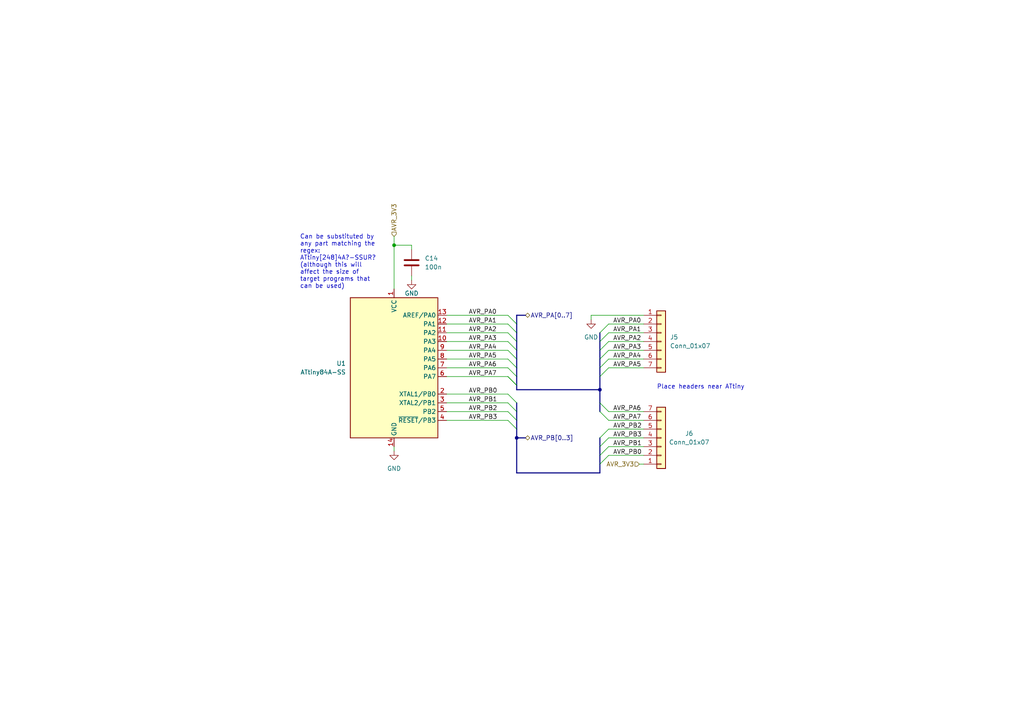
<source format=kicad_sch>
(kicad_sch (version 20220103) (generator eeschema)
  (paper "A4")
  (title_block (title "SUCSS Hardware Hacker"))
  (lib_symbols
    (symbol "Connector_Generic:Conn_01x07" (pin_names (offset 1.016) hide)
      (property "Reference" "J" (at 0 10.16 0))
      (property "Value" "Conn_01x07" (at 0 -10.16 0))
      (symbol "Conn_01x07_1_1"
        (rectangle (start -1.27 -7.493) (end 0 -7.747) (stroke (width 0.1524)))
        (rectangle (start -1.27 -4.953) (end 0 -5.207) (stroke (width 0.1524)))
        (rectangle (start -1.27 -2.413) (end 0 -2.667) (stroke (width 0.1524)))
        (rectangle (start -1.27 0.127) (end 0 -0.127) (stroke (width 0.1524)))
        (rectangle (start -1.27 2.667) (end 0 2.413) (stroke (width 0.1524)))
        (rectangle (start -1.27 5.207) (end 0 4.953) (stroke (width 0.1524)))
        (rectangle (start -1.27 7.747) (end 0 7.493) (stroke (width 0.1524)))
        (rectangle (start -1.27 8.89) (end 1.27 -8.89) (stroke (width 0.254)) (fill (type background)))
        (pin passive line (at -5.08 7.62 0) (length 3.81) (name "Pin_1") (number "1"))
        (pin passive line (at -5.08 5.08 0) (length 3.81) (name "Pin_2") (number "2"))
        (pin passive line (at -5.08 2.54 0) (length 3.81) (name "Pin_3") (number "3"))
        (pin passive line (at -5.08 0 0) (length 3.81) (name "Pin_4") (number "4"))
        (pin passive line (at -5.08 -2.54 0) (length 3.81) (name "Pin_5") (number "5"))
        (pin passive line (at -5.08 -5.08 0) (length 3.81) (name "Pin_6") (number "6"))
        (pin passive line (at -5.08 -7.62 0) (length 3.81) (name "Pin_7") (number "7"))
      )
    )
    (symbol "Device:C" (pin_numbers hide) (pin_names (offset 0.254))
      (property "Reference" "C" (at 0.635 2.54 0))
      (property "Value" "C" (at 0.635 -2.54 0))
      (symbol "C_0_1"
        (polyline (pts (xy -2.032 -0.762) (xy 2.032 -0.762)) (stroke (width 0.508)))
        (polyline (pts (xy -2.032 0.762) (xy 2.032 0.762)) (stroke (width 0.508)))
      )
      (symbol "C_1_1"
        (pin passive line (at 0 3.81 270) (length 2.794) (name "~") (number "1"))
        (pin passive line (at 0 -3.81 90) (length 2.794) (name "~") (number "2"))
      )
    )
    (symbol "MCU_Microchip_ATtiny:ATtiny84A-SS"
      (property "Reference" "U" (at -12.7 21.59 0))
      (property "Value" "ATtiny84A-SS" (at 2.54 -21.59 0))
      (symbol "ATtiny84A-SS_0_1"
        (rectangle (start -12.7 -20.32) (end 12.7 20.32) (stroke (width 0.254)) (fill (type background)))
      )
      (symbol "ATtiny84A-SS_1_1"
        (pin power_in line (at 0 22.86 270) (length 2.54) (name "VCC") (number "1"))
        (pin bidirectional line (at 15.24 7.62 180) (length 2.54) (name "PA3") (number "10"))
        (pin bidirectional line (at 15.24 10.16 180) (length 2.54) (name "PA2") (number "11"))
        (pin bidirectional line (at 15.24 12.7 180) (length 2.54) (name "PA1") (number "12"))
        (pin bidirectional line (at 15.24 15.24 180) (length 2.54) (name "AREF/PA0") (number "13"))
        (pin power_in line (at 0 -22.86 90) (length 2.54) (name "GND") (number "14"))
        (pin bidirectional line (at 15.24 -7.62 180) (length 2.54) (name "XTAL1/PB0") (number "2"))
        (pin bidirectional line (at 15.24 -10.16 180) (length 2.54) (name "XTAL2/PB1") (number "3"))
        (pin bidirectional line (at 15.24 -15.24 180) (length 2.54) (name "~{RESET}/PB3") (number "4"))
        (pin bidirectional line (at 15.24 -12.7 180) (length 2.54) (name "PB2") (number "5"))
        (pin bidirectional line (at 15.24 -2.54 180) (length 2.54) (name "PA7") (number "6"))
        (pin bidirectional line (at 15.24 0 180) (length 2.54) (name "PA6") (number "7"))
        (pin bidirectional line (at 15.24 2.54 180) (length 2.54) (name "PA5") (number "8"))
        (pin bidirectional line (at 15.24 5.08 180) (length 2.54) (name "PA4") (number "9"))
      )
    )
    (symbol "power:GND" (power) (pin_names (offset 0))
      (property "Value" "GND" (at 0 -3.81 0))
      (symbol "GND_0_1"
        (polyline (pts (xy 0 0) (xy 0 -1.27) (xy 1.27 -1.27) (xy 0 -2.54) (xy -1.27 -1.27) (xy 0 -1.27)))
      )
      (symbol "GND_1_1"
        (pin power_in line (at 0 0 270) (length 0) hide (name "GND") (number "1"))
      )
    )
  )
  (junction (at 173.99 113.03) (diameter 0.9144))
  (junction (at 149.86 127) (diameter 0.9144))
  (junction (at 114.3 71.12) (diameter 0.9144))
  (bus_entry (at 147.32 116.84) (size 2.54 2.54) (stroke (width 0.1524)))
  (bus_entry (at 147.32 93.98) (size 2.54 2.54) (stroke (width 0.1524)))
  (bus_entry (at 147.32 114.3) (size 2.54 2.54) (stroke (width 0.1524)))
  (bus_entry (at 147.32 104.14) (size 2.54 2.54) (stroke (width 0.1524)))
  (bus_entry (at 173.99 119.38) (size 2.54 2.54) (stroke (width 0.1524)))
  (bus_entry (at 173.99 127) (size 2.54 -2.54) (stroke (width 0.1524)))
  (bus_entry (at 173.99 129.54) (size 2.54 -2.54) (stroke (width 0.1524)))
  (bus_entry (at 173.99 132.08) (size 2.54 -2.54) (stroke (width 0.1524)))
  (bus_entry (at 173.99 134.62) (size 2.54 -2.54) (stroke (width 0.1524)))
  (bus_entry (at 147.32 101.6) (size 2.54 2.54) (stroke (width 0.1524)))
  (bus_entry (at 147.32 109.22) (size 2.54 2.54) (stroke (width 0.1524)))
  (bus_entry (at 173.99 116.84) (size 2.54 2.54) (stroke (width 0.1524)))
  (bus_entry (at 147.32 121.92) (size 2.54 2.54) (stroke (width 0.1524)))
  (bus_entry (at 147.32 106.68) (size 2.54 2.54) (stroke (width 0.1524)))
  (bus_entry (at 147.32 109.22) (size 2.54 2.54) (stroke (width 0.1524)))
  (bus_entry (at 147.32 99.06) (size 2.54 2.54) (stroke (width 0.1524)))
  (bus_entry (at 147.32 96.52) (size 2.54 2.54) (stroke (width 0.1524)))
  (bus_entry (at 147.32 119.38) (size 2.54 2.54) (stroke (width 0.1524)))
  (bus_entry (at 147.32 91.44) (size 2.54 2.54) (stroke (width 0.1524)))
  (bus_entry (at 173.99 96.52) (size 2.54 -2.54) (stroke (width 0.1524)))
  (bus_entry (at 173.99 99.06) (size 2.54 -2.54) (stroke (width 0.1524)))
  (bus_entry (at 173.99 101.6) (size 2.54 -2.54) (stroke (width 0.1524)))
  (bus_entry (at 173.99 104.14) (size 2.54 -2.54) (stroke (width 0.1524)))
  (bus_entry (at 173.99 106.68) (size 2.54 -2.54) (stroke (width 0.1524)))
  (bus_entry (at 173.99 109.22) (size 2.54 -2.54) (stroke (width 0.1524)))
  (wire (pts (xy 119.38 80.01) (xy 119.38 81.28)))
  (wire (pts (xy 176.53 129.54) (xy 186.69 129.54)))
  (bus (pts (xy 149.86 111.76) (xy 149.86 113.03)))
  (bus (pts (xy 173.99 101.6) (xy 173.99 104.14)))
  (wire (pts (xy 114.3 68.58) (xy 114.3 71.12)))
  (bus (pts (xy 149.86 113.03) (xy 173.99 113.03)))
  (bus (pts (xy 173.99 96.52) (xy 173.99 99.06)))
  (bus (pts (xy 152.4 91.44) (xy 149.86 91.44)))
  (bus (pts (xy 149.86 93.98) (xy 149.86 96.52)))
  (bus (pts (xy 149.86 116.84) (xy 149.86 119.38)))
  (wire (pts (xy 176.53 127) (xy 186.69 127)))
  (wire (pts (xy 119.38 71.12) (xy 119.38 72.39)))
  (bus (pts (xy 149.86 127) (xy 152.4 127)))
  (bus (pts (xy 149.86 109.22) (xy 149.86 111.76)))
  (wire (pts (xy 171.45 91.44) (xy 186.69 91.44)))
  (wire (pts (xy 171.45 92.71) (xy 171.45 91.44)))
  (wire (pts (xy 129.54 99.06) (xy 147.32 99.06)))
  (bus (pts (xy 149.86 119.38) (xy 149.86 121.92)))
  (wire (pts (xy 129.54 101.6) (xy 147.32 101.6)))
  (bus (pts (xy 149.86 96.52) (xy 149.86 99.06)))
  (bus (pts (xy 173.99 104.14) (xy 173.99 106.68)))
  (wire (pts (xy 176.53 93.98) (xy 186.69 93.98)))
  (wire (pts (xy 129.54 119.38) (xy 147.32 119.38)))
  (bus (pts (xy 149.86 99.06) (xy 149.86 101.6)))
  (bus (pts (xy 149.86 91.44) (xy 149.86 93.98)))
  (wire (pts (xy 129.54 116.84) (xy 147.32 116.84)))
  (wire (pts (xy 114.3 129.54) (xy 114.3 130.81)))
  (wire (pts (xy 129.54 106.68) (xy 147.32 106.68)))
  (bus (pts (xy 173.99 132.08) (xy 173.99 134.62)))
  (wire (pts (xy 176.53 132.08) (xy 186.69 132.08)))
  (bus (pts (xy 149.86 101.6) (xy 149.86 104.14)))
  (bus (pts (xy 173.99 134.62) (xy 173.99 137.16)))
  (wire (pts (xy 129.54 121.92) (xy 147.32 121.92)))
  (bus (pts (xy 149.86 121.92) (xy 149.86 124.46)))
  (wire (pts (xy 176.53 101.6) (xy 186.69 101.6)))
  (wire (pts (xy 176.53 124.46) (xy 186.69 124.46)))
  (bus (pts (xy 173.99 116.84) (xy 173.99 119.38)))
  (wire (pts (xy 129.54 91.44) (xy 147.32 91.44)))
  (wire (pts (xy 176.53 96.52) (xy 186.69 96.52)))
  (wire (pts (xy 176.53 104.14) (xy 186.69 104.14)))
  (bus (pts (xy 173.99 113.03) (xy 173.99 116.84)))
  (bus (pts (xy 173.99 106.68) (xy 173.99 109.22)))
  (wire (pts (xy 185.42 134.62) (xy 186.69 134.62)))
  (bus (pts (xy 149.86 104.14) (xy 149.86 106.68)))
  (wire (pts (xy 176.53 119.38) (xy 186.69 119.38)))
  (bus (pts (xy 173.99 129.54) (xy 173.99 132.08)))
  (bus (pts (xy 173.99 109.22) (xy 173.99 113.03)))
  (wire (pts (xy 129.54 114.3) (xy 147.32 114.3)))
  (bus (pts (xy 149.86 106.68) (xy 149.86 109.22)))
  (bus (pts (xy 173.99 99.06) (xy 173.99 101.6)))
  (wire (pts (xy 129.54 93.98) (xy 147.32 93.98)))
  (wire (pts (xy 176.53 121.92) (xy 186.69 121.92)))
  (wire (pts (xy 129.54 104.14) (xy 147.32 104.14)))
  (wire (pts (xy 176.53 99.06) (xy 186.69 99.06)))
  (wire (pts (xy 176.53 106.68) (xy 186.69 106.68)))
  (bus (pts (xy 149.86 124.46) (xy 149.86 127)))
  (wire (pts (xy 114.3 71.12) (xy 114.3 83.82)))
  (bus (pts (xy 149.86 127) (xy 149.86 137.16)))
  (bus (pts (xy 149.86 137.16) (xy 173.99 137.16)))
  (bus (pts (xy 173.99 127) (xy 173.99 129.54)))
  (wire (pts (xy 129.54 96.52) (xy 147.32 96.52)))
  (wire (pts (xy 129.54 109.22) (xy 147.32 109.22)))
  (wire (pts (xy 114.3 71.12) (xy 119.38 71.12)))
  (text "Can be substituted by\nany part matching the\nregex:\nATtiny[248]4A?-SSUR?\n(although this will\naffect the size of\ntarget programs that\ncan be used)" (at 86.995 83.82 0) (effects (font (size 1.27 1.27)) (justify left bottom)))
  (text "Place headers near ATtiny" (at 190.5 113.03 0) (effects (font (size 1.27 1.27)) (justify left bottom)))
  (label "AVR_PB3" (at 135.89 121.92 0))
  (label "AVR_PB0" (at 177.8 132.08 0))
  (label "AVR_PB1" (at 177.8 129.54 0))
  (label "AVR_PB3" (at 177.8 127 0))
  (label "AVR_PB1" (at 135.89 116.84 0))
  (label "AVR_PA5" (at 177.8 106.68 0))
  (label "AVR_PA3" (at 177.8 101.6 0))
  (label "AVR_PA0" (at 177.8 93.98 0))
  (label "AVR_PA0" (at 135.89 91.44 0))
  (label "AVR_PA2" (at 135.89 96.52 0))
  (label "AVR_PA2" (at 177.8 99.06 0))
  (label "AVR_PA5" (at 135.89 104.14 0))
  (label "AVR_PB2" (at 177.8 124.46 0))
  (label "AVR_PA4" (at 135.89 101.6 0))
  (label "AVR_PB2" (at 135.89 119.38 0))
  (label "AVR_PA6" (at 177.8 119.38 0))
  (label "AVR_PA4" (at 177.8 104.14 0))
  (label "AVR_PA6" (at 135.89 106.68 0))
  (label "AVR_PB0" (at 135.89 114.3 0))
  (label "AVR_PA7" (at 177.8 121.92 0))
  (label "AVR_PA7" (at 135.89 109.22 0))
  (label "AVR_PA1" (at 135.89 93.98 0))
  (label "AVR_PA3" (at 135.89 99.06 0))
  (label "AVR_PA1" (at 177.8 96.52 0))
  (hierarchical_label "AVR_3V3" (shape input) (at 114.3 68.58 90))
  (hierarchical_label "AVR_PA[0..7]" (shape tri_state) (at 152.4 91.44 0))
  (hierarchical_label "AVR_3V3" (shape input) (at 185.42 134.62 180))
  (hierarchical_label "AVR_PB[0..3]" (shape tri_state) (at 152.4 127 0))
  (symbol (lib_id "power:GND") (at 171.45 92.71 0) (unit 1)
    (property "Reference" "#PWR015" (effects hide))
    (property "Value" "GND" (at 171.45 97.79 0))
  )
  (symbol (lib_id "Connector_Generic:Conn_01x07") (at 191.77 127 0) (mirror x) (unit 1)
    (property "Reference" "J6" (at 199.898 125.73 0))
    (property "Value" "Conn_01x07" (at 199.898 128.27 0))
    (property "Footprint" "Connector_PinHeader_2.54mm:PinHeader_1x07_P2.54mm_Vertical" (effects hide))
    (property "JLCPCB BOM" "0" (effects hide))
  )
  (symbol (lib_id "MCU_Microchip_ATtiny:ATtiny84A-SS") (at 114.3 106.68 0) (unit 1)
    (property "Reference" "U1" (at 100.33 105.41 0) (effects (justify right)))
    (property "Value" "ATtiny84A-SS" (at 100.33 107.95 0) (effects (justify right)))
    (property "Footprint" "Package_SO:SOIC-14_3.9x8.7mm_P1.27mm" (effects hide))
    (property "Datasheet" "http://ww1.microchip.com/downloads/en/DeviceDoc/doc8183.pdf" (effects hide))
    (property "LCSC Part" "C14909" (effects hide))
  )
  (symbol (lib_id "Device:C") (at 119.38 76.2 0) (unit 1)
    (property "Reference" "C14" (at 123.19 74.93 0) (effects (justify left)))
    (property "Value" "100n" (at 123.19 77.47 0) (effects (justify left)))
    (property "Footprint" "Capacitor_SMD:C_0805_2012Metric" (effects hide))
    (property "LCSC Part" "C49678" (effects hide))
  )
  (symbol (lib_id "Connector_Generic:Conn_01x07") (at 191.77 99.06 0) (unit 1)
    (property "Reference" "J5" (at 194.31 97.79 0) (effects (justify left)))
    (property "Value" "Conn_01x07" (at 194.31 100.33 0) (effects (justify left)))
    (property "Footprint" "Connector_PinHeader_2.54mm:PinHeader_1x07_P2.54mm_Vertical" (effects hide))
    (property "JLCPCB BOM" "0" (effects hide))
  )
  (symbol (lib_id "power:GND") (at 119.38 81.28 0) (unit 1)
    (property "Reference" "#PWR014" (effects hide))
    (property "Value" "GND" (at 119.38 85.09 0))
  )
  (symbol (lib_id "power:GND") (at 114.3 130.81 0) (unit 1)
    (property "Reference" "#PWR013" (effects hide))
    (property "Value" "GND" (at 114.3 135.89 0))
  )
)
</source>
